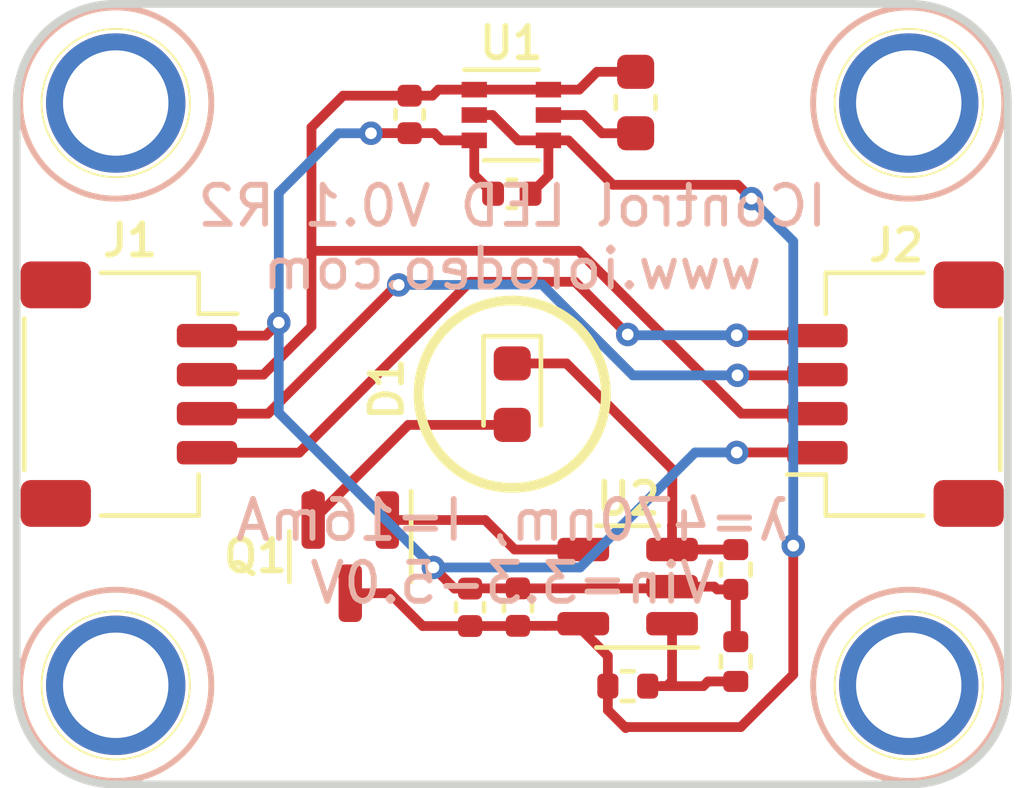
<source format=kicad_pcb>
(kicad_pcb (version 20221018) (generator pcbnew)
  (layers (0 "F.Cu" signal) (31 "B.Cu" signal) (34 "B.Paste" user) (35 "F.Paste" user) (36 "B.SilkS" user "B.Silkscreen") (37 "F.SilkS" user "F.Silkscreen") (38 "B.Mask" user) (39 "F.Mask" user) (44 "Edge.Cuts" user))
  (net 0 "")
  (net 1 "GND")
  (net 2 "/VIN")
  (net 3 "/VL")
  (net 4 "/SCL")
  (net 5 "/SDA")
  (net 6 "/5V")
  (net 7 "Net-(D1-K)")
  (net 8 "Net-(D1-A)")
  (net 9 "Net-(Q1-B)")
  (net 10 "/Vset")
  (footprint "custom_mount_hole:MountingHole_2.5mm_Pad" (layer "F.Cu") (at 52.54 52.54)
    (fp_text reference "M1" hide)
    (fp_text value "MountingHole_2.5mm_Pad" hide)
    (fp_circle (center 0 0) (end 2.45 0) (stroke (width 0.15)) (fill none) (layer "B.SilkS"))
    (fp_circle (center 0 0) (end 1.9 0) (stroke (width 0.05)) (fill none) (layer "F.SilkS"))
    (fp_circle (center 0 0) (end 2.45 0) (stroke (width 0.15)) (fill none) (layer "F.SilkS"))
    (pad "~" thru_hole circle (at 0 0) (size 3.57 3.57) (drill 2.7) (layers "*.Cu" "*.Mask"))
  )
  (footprint "custom_mount_hole:MountingHole_2.5mm_Pad" (layer "F.Cu") (at 72.86 52.54)
    (fp_text reference "M2" hide)
    (fp_text value "MountingHole_2.5mm_Pad" hide)
    (fp_circle (center 0 0) (end 2.45 0) (stroke (width 0.15)) (fill none) (layer "B.SilkS"))
    (fp_circle (center 0 0) (end 1.9 0) (stroke (width 0.05)) (fill none) (layer "F.SilkS"))
    (fp_circle (center 0 0) (end 2.45 0) (stroke (width 0.15)) (fill none) (layer "F.SilkS"))
    (pad "~" thru_hole circle (at 0 0) (size 3.57 3.57) (drill 2.7) (layers "*.Cu" "*.Mask"))
  )
  (footprint "custom_mount_hole:MountingHole_2.5mm_Pad" (layer "F.Cu") (at 72.86 67.46)
    (fp_text reference "M3" hide)
    (fp_text value "MountingHole_2.5mm_Pad" hide)
    (fp_circle (center 0 0) (end 2.45 0) (stroke (width 0.15)) (fill none) (layer "B.SilkS"))
    (fp_circle (center 0 0) (end 1.9 0) (stroke (width 0.05)) (fill none) (layer "F.SilkS"))
    (fp_circle (center 0 0) (end 2.45 0) (stroke (width 0.15)) (fill none) (layer "F.SilkS"))
    (pad "~" thru_hole circle (at 0 0) (size 3.57 3.57) (drill 2.7) (layers "*.Cu" "*.Mask"))
  )
  (footprint "custom_mount_hole:MountingHole_2.5mm_Pad" (layer "F.Cu") (at 52.54 67.46)
    (fp_text reference "M4" hide)
    (fp_text value "MountingHole_2.5mm_Pad" hide)
    (fp_circle (center 0 0) (end 2.45 0) (stroke (width 0.15)) (fill none) (layer "B.SilkS"))
    (fp_circle (center 0 0) (end 1.9 0) (stroke (width 0.05)) (fill none) (layer "F.SilkS"))
    (fp_circle (center 0 0) (end 2.45 0) (stroke (width 0.15)) (fill none) (layer "F.SilkS"))
    (pad "~" thru_hole circle (at 0 0) (size 3.57 3.57) (drill 2.7) (layers "*.Cu" "*.Mask"))
  )
  (footprint "LED_SMD:LED_0603_1608Metric" (layer "F.Cu") (at 62.7 60 -90)
    (fp_text reference "D1" (at -0.1322 3.2132 90) (layer "F.SilkS") (effects (font (size 0.8 0.8))))
    (fp_text value "LED" hide)
    (fp_line (start -1.485 -0.735) (end -1.485 0.735) (stroke (width 0.12)) (layer "F.SilkS"))
    (fp_line (start -1.485 0.735) (end 0.8 0.735) (stroke (width 0.12)) (layer "F.SilkS"))
    (fp_line (start 0.8 -0.735) (end -1.485 -0.735) (stroke (width 0.12)) (layer "F.SilkS"))
    (pad "1" smd roundrect (at -0.7875 0 270) (size 0.875 0.95) (layers "F.Cu" "F.Paste" "F.Mask") (net 7 "Net-(D1-K)"))
    (pad "2" smd roundrect (at 0.7875 0 270) (size 0.875 0.95) (layers "F.Cu" "F.Paste" "F.Mask") (net 8 "Net-(D1-A)"))
  )
  (footprint "JST_SH_SM04B_custom:JST_SH_SM04B-SRSS-TB_1x04-1MP_P1.00mm_Horizontal" (layer "F.Cu") (at 52.88 60 -90)
    (fp_text reference "J1" (at -3.9422 -0.0298) (layer "F.SilkS") (effects (font (size 0.8 0.8))))
    (fp_text value "Conn_01x04" hide)
    (fp_line (start -3.11 -1.785) (end -2.06 -1.785) (stroke (width 0.12)) (layer "F.SilkS"))
    (fp_line (start -3.11 0.715) (end -3.11 -1.785) (stroke (width 0.12)) (layer "F.SilkS"))
    (fp_line (start -2.06 -1.785) (end -2.06 -2.775) (stroke (width 0.12)) (layer "F.SilkS"))
    (fp_line (start -1.94 2.685) (end 1.94 2.685) (stroke (width 0.12)) (layer "F.SilkS"))
    (fp_line (start 3.11 -1.785) (end 2.06 -1.785) (stroke (width 0.12)) (layer "F.SilkS"))
    (fp_line (start 3.11 0.715) (end 3.11 -1.785) (stroke (width 0.12)) (layer "F.SilkS"))
    (pad "1" smd roundrect (at -1.5 -2 270) (size 0.6 1.55) (layers "F.Cu" "F.Paste" "F.Mask") (net 1 "GND"))
    (pad "2" smd roundrect (at -0.5 -2 270) (size 0.6 1.55) (layers "F.Cu" "F.Paste" "F.Mask") (net 2 "/VIN"))
    (pad "3" smd roundrect (at 0.5 -2 270) (size 0.6 1.55) (layers "F.Cu" "F.Paste" "F.Mask") (net 5 "/SDA"))
    (pad "4" smd roundrect (at 1.5 -2 270) (size 0.6 1.55) (layers "F.Cu" "F.Paste" "F.Mask") (net 4 "/SCL"))
    (pad "MP" smd roundrect (at -2.8 1.875 270) (size 1.2 1.8) (layers "F.Cu" "F.Paste" "F.Mask") (roundrect_rratio 0.2083333333))
    (pad "MP" smd roundrect (at 2.8 1.875 270) (size 1.2 1.8) (layers "F.Cu" "F.Paste" "F.Mask") (roundrect_rratio 0.2083333333))
  )
  (footprint "JST_SH_SM04B_custom:JST_SH_SM04B-SRSS-TB_1x04-1MP_P1.00mm_Horizontal" (layer "F.Cu") (at 72.52 60 90)
    (fp_text reference "J2" (at 3.8152 0.0208 180) (layer "F.SilkS") (effects (font (size 0.8 0.8))))
    (fp_text value "Conn_01x04" hide)
    (fp_line (start -3.11 -1.785) (end -2.06 -1.785) (stroke (width 0.12)) (layer "F.SilkS"))
    (fp_line (start -3.11 0.715) (end -3.11 -1.785) (stroke (width 0.12)) (layer "F.SilkS"))
    (fp_line (start -2.06 -1.785) (end -2.06 -2.775) (stroke (width 0.12)) (layer "F.SilkS"))
    (fp_line (start -1.94 2.685) (end 1.94 2.685) (stroke (width 0.12)) (layer "F.SilkS"))
    (fp_line (start 3.11 -1.785) (end 2.06 -1.785) (stroke (width 0.12)) (layer "F.SilkS"))
    (fp_line (start 3.11 0.715) (end 3.11 -1.785) (stroke (width 0.12)) (layer "F.SilkS"))
    (pad "1" smd roundrect (at -1.5 -2 90) (size 0.6 1.55) (layers "F.Cu" "F.Paste" "F.Mask") (net 1 "GND"))
    (pad "2" smd roundrect (at -0.5 -2 90) (size 0.6 1.55) (layers "F.Cu" "F.Paste" "F.Mask") (net 2 "/VIN"))
    (pad "3" smd roundrect (at 0.5 -2 90) (size 0.6 1.55) (layers "F.Cu" "F.Paste" "F.Mask") (net 5 "/SDA"))
    (pad "4" smd roundrect (at 1.5 -2 90) (size 0.6 1.55) (layers "F.Cu" "F.Paste" "F.Mask") (net 4 "/SCL"))
    (pad "MP" smd roundrect (at -2.8 1.875 90) (size 1.2 1.8) (layers "F.Cu" "F.Paste" "F.Mask") (roundrect_rratio 0.2083333333))
    (pad "MP" smd roundrect (at 2.8 1.875 90) (size 1.2 1.8) (layers "F.Cu" "F.Paste" "F.Mask") (roundrect_rratio 0.2083333333))
  )
  (footprint "Resistor_SMD:R_0402_1005Metric" (layer "F.Cu") (at 68.4276 64.4926 -90)
    (fp_text reference "R1" hide)
    (fp_text value "10" hide)
    (fp_line (start -0.153641 -0.38) (end 0.153641 -0.38) (stroke (width 0.12)) (layer "F.SilkS"))
    (fp_line (start -0.153641 0.38) (end 0.153641 0.38) (stroke (width 0.12)) (layer "F.SilkS"))
    (pad "1" smd roundrect (at -0.51 0 270) (size 0.54 0.64) (layers "F.Cu" "F.Paste" "F.Mask") (net 7 "Net-(D1-K)"))
    (pad "2" smd roundrect (at 0.51 0 270) (size 0.54 0.64) (layers "F.Cu" "F.Paste" "F.Mask") (net 1 "GND"))
  )
  (footprint "Package_TO_SOT_SMD:SOT-23-5" (layer "F.Cu") (at 65.6577 64.931 180)
    (fp_text reference "U2" (at -0.0125 2.25) (layer "F.SilkS") (effects (font (size 0.8 0.8) (thickness 0.15) bold)))
    (fp_text value "LMV321")
    (fp_line (start 0 -1.56) (end -1.8 -1.56) (stroke (width 0.12)) (layer "F.SilkS"))
    (fp_line (start 0 -1.56) (end 0.8 -1.56) (stroke (width 0.12)) (layer "F.SilkS"))
    (fp_line (start 0 1.56) (end -0.8 1.56) (stroke (width 0.12)) (layer "F.SilkS"))
    (fp_line (start 0 1.56) (end 0.8 1.56) (stroke (width 0.12)) (layer "F.SilkS"))
    (pad "1" smd roundrect (at -1.1375 -0.95 180) (size 1.325 0.6) (layers "F.Cu" "F.Paste" "F.Mask") (net 10 "/Vset"))
    (pad "2" smd roundrect (at -1.1375 0 180) (size 1.325 0.6) (layers "F.Cu" "F.Paste" "F.Mask") (net 1 "GND"))
    (pad "3" smd roundrect (at -1.1375 0.95 180) (size 1.325 0.6) (layers "F.Cu" "F.Paste" "F.Mask") (net 7 "Net-(D1-K)"))
    (pad "4" smd roundrect (at 1.1375 0.95 180) (size 1.325 0.6) (layers "F.Cu" "F.Paste" "F.Mask") (net 9 "Net-(Q1-B)"))
    (pad "5" smd roundrect (at 1.1375 -0.95 180) (size 1.325 0.6) (layers "F.Cu" "F.Paste" "F.Mask") (net 6 "/5V"))
  )
  (footprint "Capacitor_SMD:C_0402_1005Metric" (layer "F.Cu") (at 62.8452 65.456 90)
    (fp_text reference "C3" hide)
    (fp_text value "0.1uF" hide)
    (fp_line (start -0.107836 -0.36) (end 0.107836 -0.36) (stroke (width 0.12)) (layer "F.SilkS"))
    (fp_line (start -0.107836 0.36) (end 0.107836 0.36) (stroke (width 0.12)) (layer "F.SilkS"))
    (pad "1" smd roundrect (at -0.48 0 90) (size 0.56 0.62) (layers "F.Cu" "F.Paste" "F.Mask") (net 6 "/5V"))
    (pad "2" smd roundrect (at 0.48 0 90) (size 0.56 0.62) (layers "F.Cu" "F.Paste" "F.Mask") (net 1 "GND"))
  )
  (footprint "Resistor_SMD:R_0402_1005Metric" (layer "F.Cu") (at 68.4276 66.8508 90)
    (fp_text reference "R3" hide)
    (fp_text value "1k" hide)
    (fp_line (start -0.153641 -0.38) (end 0.153641 -0.38) (stroke (width 0.12)) (layer "F.SilkS"))
    (fp_line (start -0.153641 0.38) (end 0.153641 0.38) (stroke (width 0.12)) (layer "F.SilkS"))
    (pad "1" smd roundrect (at -0.51 0 90) (size 0.54 0.64) (layers "F.Cu" "F.Paste" "F.Mask") (net 10 "/Vset"))
    (pad "2" smd roundrect (at 0.51 0 90) (size 0.54 0.64) (layers "F.Cu" "F.Paste" "F.Mask") (net 1 "GND"))
  )
  (footprint "Inductor_SMD:L_0603_1608Metric" (layer "F.Cu") (at 65.8622 52.5272 -90)
    (fp_text reference "L1" hide)
    (fp_text value "4.7uF" hide)
    (fp_line (start -0.162779 -0.51) (end 0.162779 -0.51) (stroke (width 0.12)) (layer "F.SilkS"))
    (fp_line (start -0.162779 0.51) (end 0.162779 0.51) (stroke (width 0.12)) (layer "F.SilkS"))
    (pad "1" smd roundrect (at -0.7875 0 270) (size 0.875 0.95) (layers "F.Cu" "F.Paste" "F.Mask") (net 2 "/VIN"))
    (pad "2" smd roundrect (at 0.7875 0 270) (size 0.875 0.95) (layers "F.Cu" "F.Paste" "F.Mask") (net 3 "/VL"))
  )
  (footprint "Resistor_SMD:R_0402_1005Metric" (layer "F.Cu") (at 65.6602 67.481)
    (fp_text reference "R2" hide)
    (fp_text value "30k" hide)
    (fp_line (start -0.153641 -0.38) (end 0.153641 -0.38) (stroke (width 0.12)) (layer "F.SilkS"))
    (fp_line (start -0.153641 0.38) (end 0.153641 0.38) (stroke (width 0.12)) (layer "F.SilkS"))
    (pad "1" smd roundrect (at -0.51 0) (size 0.54 0.64) (layers "F.Cu" "F.Paste" "F.Mask") (net 6 "/5V"))
    (pad "2" smd roundrect (at 0.51 0) (size 0.54 0.64) (layers "F.Cu" "F.Paste" "F.Mask") (net 10 "/Vset"))
  )
  (footprint "Capacitor_SMD:C_0402_1005Metric" (layer "F.Cu") (at 60.071 52.832 90)
    (fp_text reference "C1" hide)
    (fp_text value "10uF" hide)
    (fp_line (start -0.107836 -0.36) (end 0.107836 -0.36) (stroke (width 0.12)) (layer "F.SilkS"))
    (fp_line (start -0.107836 0.36) (end 0.107836 0.36) (stroke (width 0.12)) (layer "F.SilkS"))
    (pad "1" smd roundrect (at -0.48 0 90) (size 0.56 0.62) (layers "F.Cu" "F.Paste" "F.Mask") (net 1 "GND"))
    (pad "2" smd roundrect (at 0.48 0 90) (size 0.56 0.62) (layers "F.Cu" "F.Paste" "F.Mask") (net 2 "/VIN"))
  )
  (footprint "Package_TO_SOT_SMD:SOT-363_SC-70-6" (layer "F.Cu") (at 62.677 52.847)
    (fp_text reference "U1" (at 0 -1.8438) (layer "F.SilkS") (effects (font (size 0.8 0.8))))
    (fp_text value "TPS61222DCK" hide)
    (fp_line (start -0.7 1.16) (end 0.7 1.16) (stroke (width 0.12)) (layer "F.SilkS"))
    (fp_line (start 0.7 -1.16) (end -1.2 -1.16) (stroke (width 0.12)) (layer "F.SilkS"))
    (pad "1" smd rect (at -0.95 -0.65) (size 0.65 0.4) (layers "F.Cu" "F.Paste" "F.Mask") (net 2 "/VIN"))
    (pad "2" smd rect (at -0.95 0) (size 0.65 0.4) (layers "F.Cu" "F.Paste" "F.Mask") (net 6 "/5V"))
    (pad "3" smd rect (at -0.95 0.65) (size 0.65 0.4) (layers "F.Cu" "F.Paste" "F.Mask") (net 1 "GND"))
    (pad "4" smd rect (at 0.95 0.65) (size 0.65 0.4) (layers "F.Cu" "F.Paste" "F.Mask") (net 6 "/5V"))
    (pad "5" smd rect (at 0.95 0) (size 0.65 0.4) (layers "F.Cu" "F.Paste" "F.Mask") (net 3 "/VL"))
    (pad "6" smd rect (at 0.95 -0.65) (size 0.65 0.4) (layers "F.Cu" "F.Paste" "F.Mask") (net 2 "/VIN"))
  )
  (footprint "Capacitor_SMD:C_0402_1005Metric" (layer "F.Cu") (at 61.6202 65.461 90)
    (fp_text reference "C4" hide)
    (fp_text value "10uF" hide)
    (fp_line (start -0.107836 -0.36) (end 0.107836 -0.36) (stroke (width 0.12)) (layer "F.SilkS"))
    (fp_line (start -0.107836 0.36) (end 0.107836 0.36) (stroke (width 0.12)) (layer "F.SilkS"))
    (pad "1" smd roundrect (at -0.48 0 90) (size 0.56 0.62) (layers "F.Cu" "F.Paste" "F.Mask") (net 6 "/5V"))
    (pad "2" smd roundrect (at 0.48 0 90) (size 0.56 0.62) (layers "F.Cu" "F.Paste" "F.Mask") (net 1 "GND"))
  )
  (footprint "Package_TO_SOT_SMD:SOT-23" (layer "F.Cu") (at 58.55 64.1625 -90)
    (fp_text reference "Q1" (at -0.0125 2.425 -180) (layer "F.SilkS") (effects (font (size 0.8 0.8) (thickness 0.15) bold)))
    (fp_text value "MMBT5551L" hide)
    (fp_line (start 0 -1.56) (end -1.675 -1.56) (stroke (width 0.12)) (layer "F.SilkS"))
    (fp_line (start 0 -1.56) (end 0.65 -1.56) (stroke (width 0.12)) (layer "F.SilkS"))
    (fp_line (start 0 1.56) (end -0.65 1.56) (stroke (width 0.12)) (layer "F.SilkS"))
    (fp_line (start 0 1.56) (end 0.65 1.56) (stroke (width 0.12)) (layer "F.SilkS"))
    (pad "1" smd roundrect (at -0.9375 -0.95 270) (size 1.475 0.6) (layers "F.Cu" "F.Paste" "F.Mask") (net 9 "Net-(Q1-B)"))
    (pad "2" smd roundrect (at -0.9375 0.95 270) (size 1.475 0.6) (layers "F.Cu" "F.Paste" "F.Mask") (net 8 "Net-(D1-A)"))
    (pad "3" smd roundrect (at 0.9375 0 270) (size 1.475 0.6) (layers "F.Cu" "F.Paste" "F.Mask") (net 6 "/5V"))
  )
  (footprint "Capacitor_SMD:C_0402_1005Metric" (layer "F.Cu") (at 62.6898 54.864)
    (fp_text reference "C2" hide)
    (fp_text value "10uF" hide)
    (fp_line (start -0.107836 -0.36) (end 0.107836 -0.36) (stroke (width 0.12)) (layer "F.SilkS"))
    (fp_line (start -0.107836 0.36) (end 0.107836 0.36) (stroke (width 0.12)) (layer "F.SilkS"))
    (pad "1" smd roundrect (at -0.48 0) (size 0.56 0.62) (layers "F.Cu" "F.Paste" "F.Mask") (net 1 "GND"))
    (pad "2" smd roundrect (at 0.48 0) (size 0.56 0.62) (layers "F.Cu" "F.Paste" "F.Mask") (net 6 "/5V"))
  )
  (gr_circle (center 62.7 60) (end 65.1 60) (stroke (width 0.25)) (fill none) (layer "F.SilkS"))
  (gr_arc (start 72.9 50) (mid 74.667767 50.732233) (end 75.4 52.5) (stroke (width 0.2)) (layer "Edge.Cuts"))
  (gr_arc (start 52.5 70) (mid 50.732233 69.267767) (end 50 67.5) (stroke (width 0.2)) (layer "Edge.Cuts"))
  (gr_line (start 52.5 50) (end 72.9 50) (stroke (width 0.2)) (layer "Edge.Cuts"))
  (gr_arc (start 50 52.5) (mid 50.732233 50.732233) (end 52.5 50) (stroke (width 0.2)) (layer "Edge.Cuts"))
  (gr_arc (start 75.4 67.5) (mid 74.667767 69.267767) (end 72.9 70) (stroke (width 0.2)) (layer "Edge.Cuts"))
  (gr_line (start 50 52.5) (end 50 67.5) (stroke (width 0.2)) (layer "Edge.Cuts"))
  (gr_line (start 52.5 70) (end 72.9 70) (stroke (width 0.2)) (layer "Edge.Cuts"))
  (gr_line (start 75.4 52.5) (end 75.4 67.5) (stroke (width 0.2)) (layer "Edge.Cuts"))
  (gr_text "IControl LED V0.1 R2\nwww.iorodeo.com\n\n\n\nλ=470nm, I=16mA\nVin=3.3-5.0V" (at 62.7 60.01) (layer "B.SilkS") (effects (font (size 1 1)) (justify mirror)))
  (segment (start 61.2218 64.981) (end 60.6806 64.4398) (width 0.25) (layer "F.Cu") (net 1))
  (segment (start 68.4276 65.0026) (end 68.4276 66.3408) (width 0.25) (layer "F.Cu") (net 1))
  (segment (start 60.071 53.312) (end 60.7034 53.312) (width 0.25) (layer "F.Cu") (net 1))
  (segment (start 60.7034 53.312) (end 60.8884 53.497) (width 0.25) (layer "F.Cu") (net 1))
  (segment (start 62.8452 64.976) (end 61.6252 64.976) (width 0.25) (layer "F.Cu") (net 1))
  (segment (start 68.4276 65.0026) (end 67.949 65.0026) (width 0.25) (layer "F.Cu") (net 1))
  (segment (start 70.3134 61.4934) (end 70.32 61.5) (width 0.25) (layer "F.Cu") (net 1))
  (segment (start 62.8452 64.976) (end 63.9452 64.976) (width 0.25) (layer "F.Cu") (net 1))
  (segment (start 67.949 65.0026) (end 67.8774 64.931) (width 0.25) (layer "F.Cu") (net 1))
  (segment (start 68.453 61.4934) (end 70.4134 61.4934) (width 0.25) (layer "F.Cu") (net 1))
  (segment (start 59.083 53.312) (end 59.0804 53.3146) (width 0.25) (layer "F.Cu") (net 1))
  (segment (start 56.3842 58.5) (end 54.98 58.5) (width 0.25) (layer "F.Cu") (net 1))
  (segment (start 70.4134 61.4934) (end 70.42 61.5) (width 0.25) (layer "F.Cu") (net 1))
  (segment (start 56.3842 58.5) (end 56.7182 58.166) (width 0.25) (layer "F.Cu") (net 1))
  (segment (start 70.7684 61.4934) (end 70.775 61.5) (width 0.25) (layer "F.Cu") (net 1))
  (segment (start 70.3634 61.4934) (end 70.37 61.5) (width 0.25) (layer "F.Cu") (net 1))
  (segment (start 61.727 54.3812) (end 62.2098 54.864) (width 0.25) (layer "F.Cu") (net 1))
  (segment (start 61.6202 64.981) (end 61.2218 64.981) (width 0.25) (layer "F.Cu") (net 1))
  (segment (start 66.7502 64.976) (end 66.7952 64.931) (width 0.25) (layer "F.Cu") (net 1))
  (segment (start 60.8884 53.497) (end 61.727 53.497) (width 0.25) (layer "F.Cu") (net 1))
  (segment (start 67.8774 64.931) (end 66.7952 64.931) (width 0.25) (layer "F.Cu") (net 1))
  (segment (start 60.071 53.312) (end 59.083 53.312) (width 0.25) (layer "F.Cu") (net 1))
  (segment (start 61.727 53.497) (end 61.727 54.3812) (width 0.25) (layer "F.Cu") (net 1))
  (segment (start 63.9452 64.976) (end 66.7502 64.976) (width 0.25) (layer "F.Cu") (net 1))
  (segment (start 61.6252 64.976) (end 61.6202 64.981) (width 0.25) (layer "F.Cu") (net 1))
  (via (at 60.6806 64.4398) (size 0.6) (drill 0.3) (layers "F.Cu" "B.Cu") (net 1))
  (via (at 56.7182 58.166) (size 0.6) (drill 0.3) (layers "F.Cu" "B.Cu") (net 1))
  (via (at 59.0804 53.3146) (size 0.6) (drill 0.3) (layers "F.Cu" "B.Cu") (net 1))
  (via (at 68.453 61.4934) (size 0.6) (drill 0.3) (layers "F.Cu" "B.Cu") (net 1))
  (segment (start 67.3862 61.4934) (end 68.453 61.4934) (width 0.25) (layer "B.Cu") (net 1))
  (segment (start 56.7182 54.8386) (end 58.2422 53.3146) (width 0.25) (layer "B.Cu") (net 1))
  (segment (start 60.6806 64.4398) (end 64.4398 64.4398) (width 0.25) (layer "B.Cu") (net 1))
  (segment (start 64.4398 64.4398) (end 67.3862 61.4934) (width 0.25) (layer "B.Cu") (net 1))
  (segment (start 56.7182 60.4774) (end 60.6806 64.4398) (width 0.25) (layer "B.Cu") (net 1))
  (segment (start 58.2422 53.3146) (end 59.0804 53.3146) (width 0.25) (layer "B.Cu") (net 1))
  (segment (start 56.7182 58.166) (end 56.7182 54.8386) (width 0.25) (layer "B.Cu") (net 1))
  (segment (start 56.7182 58.166) (end 56.7182 60.4774) (width 0.25) (layer "B.Cu") (net 1))
  (segment (start 60.6526 52.352) (end 60.8076 52.197) (width 0.25) (layer "F.Cu") (net 2))
  (segment (start 60.071 52.352) (end 60.6526 52.352) (width 0.25) (layer "F.Cu") (net 2))
  (segment (start 57.5564 53.1622) (end 58.3666 52.352) (width 0.25) (layer "F.Cu") (net 2))
  (segment (start 56.324 59.5) (end 57.5564 58.2676) (width 0.25) (layer "F.Cu") (net 2))
  (segment (start 64.8717 51.7397) (end 65.8622 51.7397) (width 0.25) (layer "F.Cu") (net 2))
  (segment (start 64.4144 52.197) (end 64.8717 51.7397) (width 0.25) (layer "F.Cu") (net 2))
  (segment (start 57.5564 56.3372) (end 57.5564 53.1622) (width 0.25) (layer "F.Cu") (net 2))
  (segment (start 57.5661 56.3275) (end 64.399584 56.3275) (width 0.25) (layer "F.Cu") (net 2))
  (segment (start 57.5564 58.2676) (end 57.5564 56.3372) (width 0.25) (layer "F.Cu") (net 2))
  (segment (start 63.627 52.197) (end 64.4144 52.197) (width 0.25) (layer "F.Cu") (net 2))
  (segment (start 57.5564 56.3372) (end 57.5661 56.3275) (width 0.25) (layer "F.Cu") (net 2))
  (segment (start 56.324 59.5) (end 54.98 59.5) (width 0.25) (layer "F.Cu") (net 2))
  (segment (start 58.3666 52.352) (end 60.071 52.352) (width 0.25) (layer "F.Cu") (net 2))
  (segment (start 64.399584 56.3275) (end 68.572084 60.5) (width 0.25) (layer "F.Cu") (net 2))
  (segment (start 68.572084 60.5) (end 70.42 60.5) (width 0.25) (layer "F.Cu") (net 2))
  (segment (start 61.727 52.197) (end 63.627 52.197) (width 0.25) (layer "F.Cu") (net 2))
  (segment (start 60.8076 52.197) (end 61.727 52.197) (width 0.25) (layer "F.Cu") (net 2))
  (segment (start 64.531 52.847) (end 63.627 52.847) (width 0.25) (layer "F.Cu") (net 3))
  (segment (start 65.8622 53.3147) (end 64.9987 53.3147) (width 0.25) (layer "F.Cu") (net 3))
  (segment (start 64.9987 53.3147) (end 64.531 52.847) (width 0.25) (layer "F.Cu") (net 3))
  (segment (start 57.24 61.5) (end 54.98 61.5) (width 0.25) (layer "F.Cu") (net 4))
  (segment (start 61.62 57.12) (end 57.24 61.5) (width 0.25) (layer "F.Cu") (net 4))
  (segment (start 68.453 58.49) (end 70.41 58.49) (width 0.25) (layer "F.Cu") (net 4))
  (segment (start 70.36 58.49) (end 70.37 58.5) (width 0.25) (layer "F.Cu") (net 4))
  (segment (start 70.41 58.49) (end 70.42 58.5) (width 0.25) (layer "F.Cu") (net 4))
  (segment (start 65.659 58.4708) (end 64.3082 57.12) (width 0.25) (layer "F.Cu") (net 4))
  (segment (start 70.31 58.49) (end 70.32 58.5) (width 0.25) (layer "F.Cu") (net 4))
  (segment (start 64.3082 57.12) (end 61.62 57.12) (width 0.25) (layer "F.Cu") (net 4))
  (via (at 68.453 58.49) (size 0.6) (drill 0.3) (layers "F.Cu" "B.Cu") (net 4))
  (via (at 65.659 58.4708) (size 0.6) (drill 0.3) (layers "F.Cu" "B.Cu") (net 4))
  (segment (start 68.453 58.49) (end 65.6782 58.49) (width 0.25) (layer "B.Cu") (net 4))
  (segment (start 65.6782 58.49) (end 65.659 58.4708) (width 0.25) (layer "B.Cu") (net 4))
  (segment (start 59.7916 57.2008) (end 59.7408 57.2008) (width 0.25) (layer "F.Cu") (net 5))
  (segment (start 68.472931 59.517669) (end 70.402331 59.517669) (width 0.25) (layer "F.Cu") (net 5))
  (segment (start 68.472931 59.517669) (end 68.4906 59.5) (width 0.25) (layer "F.Cu") (net 5))
  (segment (start 70.402331 59.517669) (end 70.42 59.5) (width 0.25) (layer "F.Cu") (net 5))
  (segment (start 59.7408 57.2008) (end 56.4416 60.5) (width 0.25) (layer "F.Cu") (net 5))
  (segment (start 56.4416 60.5) (end 54.98 60.5) (width 0.25) (layer "F.Cu") (net 5))
  (segment (start 68.472931 59.517669) (end 68.455262 59.5) (width 0.25) (layer "F.Cu") (net 5))
  (segment (start 70.352331 59.517669) (end 70.37 59.5) (width 0.25) (layer "F.Cu") (net 5))
  (via (at 59.7916 57.2008) (size 0.6) (drill 0.3) (layers "F.Cu" "B.Cu") (net 5))
  (via (at 68.472931 59.517669) (size 0.6) (drill 0.3) (layers "F.Cu" "B.Cu") (net 5))
  (segment (start 61.4492 57.2008) (end 59.7916 57.2008) (width 0.25) (layer "B.Cu") (net 5))
  (segment (start 68.472931 59.517669) (end 65.791469 59.517669) (width 0.25) (layer "B.Cu") (net 5))
  (segment (start 65.791469 59.517669) (end 63.4638 57.19) (width 0.25) (layer "B.Cu") (net 5))
  (segment (start 61.46 57.19) (end 61.4492 57.2008) (width 0.25) (layer "B.Cu") (net 5))
  (segment (start 63.4638 57.19) (end 61.46 57.19) (width 0.25) (layer "B.Cu") (net 5))
  (segment (start 63.627 54.4068) (end 63.1698 54.864) (width 0.25) (layer "F.Cu") (net 6))
  (segment (start 64.5202 65.881) (end 64.5202 66.081) (width 0.25) (layer "F.Cu") (net 6))
  (segment (start 62.8402 65.941) (end 62.8452 65.936) (width 0.25) (layer "F.Cu") (net 6))
  (segment (start 63.5452 65.936) (end 64.4652 65.936) (width 0.25) (layer "F.Cu") (net 6))
  (segment (start 61.6202 65.941) (end 60.4038 65.941) (width 0.25) (layer "F.Cu") (net 6))
  (segment (start 65.6082 68.5546) (end 65.1502 68.0966) (width 0.25) (layer "F.Cu") (net 6))
  (segment (start 58.55 65.1) (end 58.55 65.5858) (width 0.25) (layer "F.Cu") (net 6))
  (segment (start 62.8452 65.936) (end 63.5452 65.936) (width 0.25) (layer "F.Cu") (net 6))
  (segment (start 61.727 52.847) (end 62.1942 52.847) (width 0.25) (layer "F.Cu") (net 6))
  (segment (start 68.5546 68.5292) (end 65.6336 68.5292) (width 0.25) (layer "F.Cu") (net 6))
  (segment (start 65.1502 66.711) (end 65.1502 67.481) (width 0.25) (layer "F.Cu") (net 6))
  (segment (start 68.4754 54.6354) (end 68.83 54.99) (width 0.25) (layer "F.Cu") (net 6))
  (segment (start 63.627 53.497) (end 64.1396 53.497) (width 0.25) (layer "F.Cu") (net 6))
  (segment (start 65.278 54.6354) (end 68.4754 54.6354) (width 0.25) (layer "F.Cu") (net 6))
  (segment (start 62.1942 52.847) (end 62.8442 53.497) (width 0.25) (layer "F.Cu") (net 6))
  (segment (start 64.5202 66.081) (end 65.1502 66.711) (width 0.25) (layer "F.Cu") (net 6))
  (segment (start 61.6202 65.941) (end 62.8402 65.941) (width 0.25) (layer "F.Cu") (net 6))
  (segment (start 59.5628 65.1) (end 58.55 65.1) (width 0.25) (layer "F.Cu") (net 6))
  (segment (start 65.6336 68.5292) (end 65.6082 68.5546) (width 0.25) (layer "F.Cu") (net 6))
  (segment (start 63.627 53.497) (end 63.627 54.4068) (width 0.25) (layer "F.Cu") (net 6))
  (segment (start 64.1396 53.497) (end 65.278 54.6354) (width 0.25) (layer "F.Cu") (net 6))
  (segment (start 69.9008 67.183) (end 68.5546 68.5292) (width 0.25) (layer "F.Cu") (net 6))
  (segment (start 60.4038 65.941) (end 59.5628 65.1) (width 0.25) (layer "F.Cu") (net 6))
  (segment (start 69.9008 63.881) (end 69.9008 67.183) (width 0.25) (layer "F.Cu") (net 6))
  (segment (start 62.8442 53.497) (end 63.627 53.497) (width 0.25) (layer "F.Cu") (net 6))
  (segment (start 65.1502 68.0966) (end 65.1502 67.481) (width 0.25) (layer "F.Cu") (net 6))
  (segment (start 64.4652 65.936) (end 64.5202 65.881) (width 0.25) (layer "F.Cu") (net 6))
  (via (at 69.9008 63.881) (size 0.6) (drill 0.3) (layers "F.Cu" "B.Cu") (net 6))
  (via (at 68.83 54.99) (size 0.6) (drill 0.3) (layers "F.Cu" "B.Cu") (net 6))
  (segment (start 69.9008 56.0832) (end 68.83 55.0124) (width 0.25) (layer "B.Cu") (net 6))
  (segment (start 68.83 55.0124) (end 68.83 54.99) (width 0.25) (layer "B.Cu") (net 6))
  (segment (start 69.9008 63.881) (end 69.9008 56.0832) (width 0.25) (layer "B.Cu") (net 6))
  (segment (start 68.426 63.981) (end 68.4276 63.9826) (width 0.25) (layer "F.Cu") (net 7))
  (segment (start 66.802 61.9252) (end 66.802 63.3476) (width 0.25) (layer "F.Cu") (net 7))
  (segment (start 62.7 59.2125) (end 64.0893 59.2125) (width 0.25) (layer "F.Cu") (net 7))
  (segment (start 66.7952 63.981) (end 68.426 63.981) (width 0.25) (layer "F.Cu") (net 7))
  (segment (start 64.0893 59.2125) (end 66.802 61.9252) (width 0.25) (layer "F.Cu") (net 7))
  (segment (start 66.7952 63.3544) (end 66.7952 63.981) (width 0.25) (layer "F.Cu") (net 7))
  (segment (start 66.802 63.3476) (end 66.7952 63.3544) (width 0.25) (layer "F.Cu") (net 7))
  (segment (start 60.0375 60.7875) (end 62.7 60.7875) (width 0.25) (layer "F.Cu") (net 8))
  (segment (start 57.6 63.225) (end 57.6 62.56) (width 0.25) (layer "F.Cu") (net 8))
  (segment (start 57.6 63.225) (end 60.0375 60.7875) (width 0.25) (layer "F.Cu") (net 8))
  (segment (start 62.0058 63.225) (end 59.5 63.225) (width 0.25) (layer "F.Cu") (net 9))
  (segment (start 59.545 63.18) (end 59.5 63.225) (width 0.25) (layer "F.Cu") (net 9))
  (segment (start 64.5202 63.981) (end 62.7618 63.981) (width 0.25) (layer "F.Cu") (net 9))
  (segment (start 62.7618 63.981) (end 62.0058 63.225) (width 0.25) (layer "F.Cu") (net 9))
  (segment (start 66.7952 67.346) (end 66.6602 67.481) (width 0.25) (layer "F.Cu") (net 10))
  (segment (start 67.7164 67.3608) (end 68.4276 67.3608) (width 0.25) (layer "F.Cu") (net 10))
  (segment (start 66.7952 65.881) (end 66.7952 67.196) (width 0.25) (layer "F.Cu") (net 10))
  (segment (start 66.5226 67.481) (end 67.5962 67.481) (width 0.25) (layer "F.Cu") (net 10))
  (segment (start 66.5226 67.481) (end 66.1702 67.481) (width 0.25) (layer "F.Cu") (net 10))
  (segment (start 66.7952 67.196) (end 66.7952 67.346) (width 0.25) (layer "F.Cu") (net 10))
  (segment (start 66.6602 67.481) (end 66.5226 67.481) (width 0.25) (layer "F.Cu") (net 10))
  (segment (start 67.5962 67.481) (end 67.7164 67.3608) (width 0.25) (layer "F.Cu") (net 10))
)
</source>
